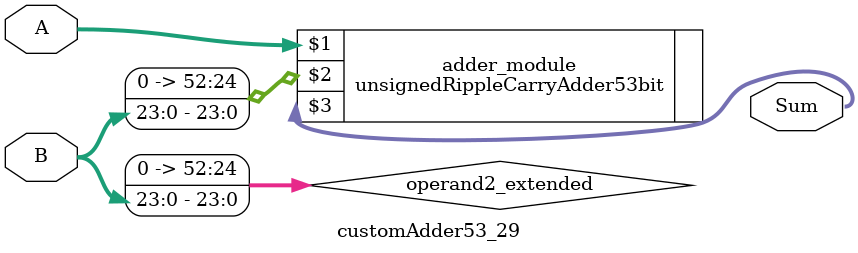
<source format=v>
module customAdder53_29(
                        input [52 : 0] A,
                        input [23 : 0] B,
                        
                        output [53 : 0] Sum
                );

        wire [52 : 0] operand2_extended;
        
        assign operand2_extended =  {29'b0, B};
        
        unsignedRippleCarryAdder53bit adder_module(
            A,
            operand2_extended,
            Sum
        );
        
        endmodule
        
</source>
